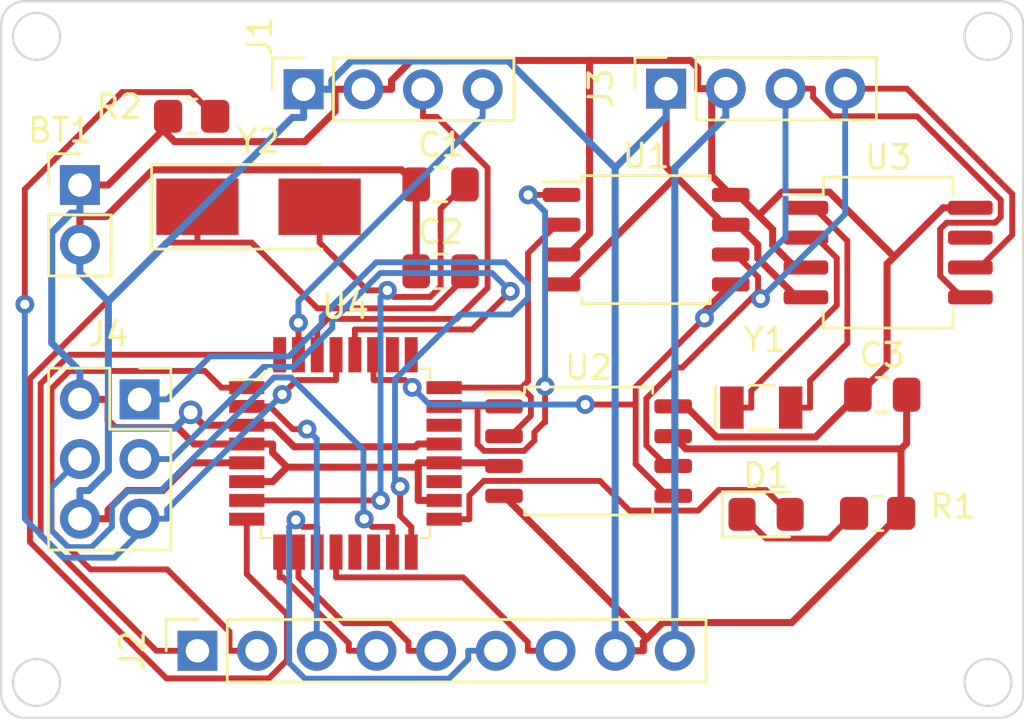
<source format=kicad_pcb>
(kicad_pcb (version 20211014) (generator pcbnew)
  (title_block (title "Arduino Battery Powered Clone with Extended EEPROM and Clock") (date "2022-06-04") (rev "v1") (comment 1 "Designed by Yogesh"))
  (layers (0 "F.Cu" signal) (1 "In1.Cu" power) (2 "In2.Cu" power) (31 "B.Cu" signal) (34 "B.Paste" user) (35 "F.Paste" user) (36 "B.SilkS" user "B.Silkscreen") (37 "F.SilkS" user "F.Silkscreen") (38 "B.Mask" user) (39 "F.Mask" user) (44 "Edge.Cuts" user))
  (net 0 "")
  (net 1 "/Vcc")
  (net 2 "GNDPWR")
  (net 3 "Net-(U4-Pad7)")
  (net 4 "Net-(U4-Pad8)")
  (net 5 "Net-(R1-Pad1)")
  (net 6 "Net-(U4-Pad17)")
  (net 7 "/RX")
  (net 8 "/TX")
  (net 9 "/D2")
  (net 10 "/D3")
  (net 11 "/D4")
  (net 12 "/D5")
  (net 13 "/D6")
  (net 14 "/D7")
  (net 15 "/D8")
  (net 16 "/SDA")
  (net 17 "/SCK")
  (net 18 "/MISO")
  (net 19 "/MOSI")
  (net 20 "/RESET")
  (net 21 "/ADRS1")
  (net 22 "/ADRS2")
  (net 23 "Net-(U3-Pad1)")
  (net 24 "Net-(U3-Pad2)")
  (footprint "Connector_PinSocket_2.54mm:PinSocket_1x04_P2.54mm_Vertical" (layer "F.Cu") (at 83.37 103.75 90)
    (fp_text reference "J1" (at 2.25 -1.87 90) (layer "F.SilkS"))
    (fp_text value "Serial")
    (pad "1" thru_hole rect (at 0 0 90) (size 1.7 1.7) (drill 1) (layers *.Cu *.Mask) (net 2 "GNDPWR"))
    (pad "2" thru_hole oval (at 0 2.54 90) (size 1.7 1.7) (drill 1) (layers *.Cu *.Mask) (net 1 "/Vcc"))
    (pad "3" thru_hole oval (at 0 5.08 90) (size 1.7 1.7) (drill 1) (layers *.Cu *.Mask) (net 7 "/RX"))
    (pad "4" thru_hole oval (at 0 7.62 90) (size 1.7 1.7) (drill 1) (layers *.Cu *.Mask) (net 8 "/TX"))
  )
  (footprint "Capacitor_SMD:C_0805_2012Metric_Pad1.18x1.45mm_HandSolder" (layer "F.Cu") (at 89.2 107.8)
    (fp_text reference "C1" (at 0 -1.68) (layer "F.SilkS"))
    (fp_text value "22pF")
    (pad "1" smd roundrect (at -1.0375 0) (size 1.175 1.45) (layers "F.Cu" "F.Paste" "F.Mask") (roundrect_rratio 0.212766) (net 2 "GNDPWR"))
    (pad "2" smd roundrect (at 1.0375 0) (size 1.175 1.45) (layers "F.Cu" "F.Paste" "F.Mask") (roundrect_rratio 0.212766) (net 3 "Net-(U4-Pad7)"))
  )
  (footprint "Package_SO:SOIC-8_5.23x5.23mm_P1.27mm" (layer "F.Cu") (at 95.5 119.15)
    (fp_text reference "U2" (at 0 -3.56) (layer "F.SilkS"))
    (fp_text value "24LC1025")
    (pad "1" smd roundrect (at -3.6 -1.905) (size 1.6 0.6) (layers "F.Cu" "F.Paste" "F.Mask") (net 21 "/ADRS1"))
    (pad "2" smd roundrect (at -3.6 -0.635) (size 1.6 0.6) (layers "F.Cu" "F.Paste" "F.Mask") (net 22 "/ADRS2"))
    (pad "3" smd roundrect (at -3.6 0.635) (size 1.6 0.6) (layers "F.Cu" "F.Paste" "F.Mask") (net 1 "/Vcc"))
    (pad "4" smd roundrect (at -3.6 1.905) (size 1.6 0.6) (layers "F.Cu" "F.Paste" "F.Mask") (net 2 "GNDPWR"))
    (pad "5" smd roundrect (at 3.6 1.905) (size 1.6 0.6) (layers "F.Cu" "F.Paste" "F.Mask") (net 16 "/SDA"))
    (pad "6" smd roundrect (at 3.6 0.635) (size 1.6 0.6) (layers "F.Cu" "F.Paste" "F.Mask") (net 17 "/SCK"))
    (pad "7" smd roundrect (at 3.6 -0.635) (size 1.6 0.6) (layers "F.Cu" "F.Paste" "F.Mask") (net 2 "GNDPWR"))
    (pad "8" smd roundrect (at 3.6 -1.905) (size 1.6 0.6) (layers "F.Cu" "F.Paste" "F.Mask") (net 1 "/Vcc"))
  )
  (footprint "Crystal:Crystal_SMD_5032-2Pin_5.0x3.2mm_HandSoldering" (layer "F.Cu") (at 81.45 108.75)
    (fp_text reference "Y2" (at 0 -2.8) (layer "F.SilkS"))
    (fp_text value "Crystal 16MHz")
    (pad "1" smd rect (at -2.6 0) (size 3.5 2.4) (layers "F.Cu" "F.Paste" "F.Mask") (net 4 "Net-(U4-Pad8)"))
    (pad "2" smd rect (at 2.6 0) (size 3.5 2.4) (layers "F.Cu" "F.Paste" "F.Mask") (net 3 "Net-(U4-Pad7)"))
  )
  (footprint "Package_SO:SO-8_5.3x6.2mm_P1.27mm" (layer "F.Cu") (at 108.25 110.7)
    (fp_text reference "U3" (at 0 -4.05) (layer "F.SilkS"))
    (fp_text value "DS1337")
    (pad "1" smd roundrect (at -3.5 -1.905) (size 1.9 0.6) (layers "F.Cu" "F.Paste" "F.Mask") (net 23 "Net-(U3-Pad1)"))
    (pad "2" smd roundrect (at -3.5 -0.635) (size 1.9 0.6) (layers "F.Cu" "F.Paste" "F.Mask") (net 24 "Net-(U3-Pad2)"))
    (pad "3" smd roundrect (at -3.5 0.635) (size 1.9 0.6) (layers "F.Cu" "F.Paste" "F.Mask") (net 1 "/Vcc"))
    (pad "4" smd roundrect (at -3.5 1.905) (size 1.9 0.6) (layers "F.Cu" "F.Paste" "F.Mask") (net 2 "GNDPWR"))
    (pad "5" smd roundrect (at 3.5 1.905) (size 1.9 0.6) (layers "F.Cu" "F.Paste" "F.Mask") (net 16 "/SDA"))
    (pad "6" smd roundrect (at 3.5 0.635) (size 1.9 0.6) (layers "F.Cu" "F.Paste" "F.Mask") (net 17 "/SCK"))
    (pad "7" smd roundrect (at 3.5 -0.635) (size 1.9 0.6) (layers "F.Cu" "F.Paste" "F.Mask"))
    (pad "8" smd roundrect (at 3.5 -1.905) (size 1.9 0.6) (layers "F.Cu" "F.Paste" "F.Mask") (net 1 "/Vcc"))
  )
  (footprint "Connector_PinSocket_2.54mm:PinSocket_2x03_P2.54mm_Vertical" (layer "F.Cu") (at 76.3869 116.95)
    (fp_text reference "J4" (at -1.35 -2.77) (layer "F.SilkS"))
    (fp_text value "ICSP")
    (pad "1" thru_hole rect (at 0 0) (size 1.7 1.7) (drill 1) (layers *.Cu *.Mask) (net 18 "/MISO"))
    (pad "2" thru_hole oval (at -2.54 0) (size 1.7 1.7) (drill 1) (layers *.Cu *.Mask) (net 1 "/Vcc"))
    (pad "3" thru_hole oval (at 0 2.54) (size 1.7 1.7) (drill 1) (layers *.Cu *.Mask) (net 17 "/SCK"))
    (pad "4" thru_hole oval (at -2.54 2.54) (size 1.7 1.7) (drill 1) (layers *.Cu *.Mask) (net 19 "/MOSI"))
    (pad "5" thru_hole oval (at 0 5.08) (size 1.7 1.7) (drill 1) (layers *.Cu *.Mask) (net 20 "/RESET"))
    (pad "6" thru_hole oval (at -2.54 5.08) (size 1.7 1.7) (drill 1) (layers *.Cu *.Mask) (net 2 "GNDPWR"))
  )
  (footprint "Capacitor_SMD:C_0805_2012Metric_Pad1.18x1.45mm_HandSolder" (layer "F.Cu") (at 89.2 111.5)
    (fp_text reference "C2" (at 0 -1.68) (layer "F.SilkS"))
    (fp_text value "22pF")
    (pad "1" smd roundrect (at -1.0375 0) (size 1.175 1.45) (layers "F.Cu" "F.Paste" "F.Mask") (roundrect_rratio 0.212766) (net 2 "GNDPWR"))
    (pad "2" smd roundrect (at 1.0375 0) (size 1.175 1.45) (layers "F.Cu" "F.Paste" "F.Mask") (roundrect_rratio 0.212766) (net 4 "Net-(U4-Pad8)"))
  )
  (footprint "Package_SO:SOIC-8_5.23x5.23mm_P1.27mm" (layer "F.Cu") (at 97.95 110.15)
    (fp_text reference "U1" (at 0 -3.56) (layer "F.SilkS"))
    (fp_text value "24LC1025")
    (pad "1" smd roundrect (at -3.6 -1.905) (size 1.6 0.6) (layers "F.Cu" "F.Paste" "F.Mask") (net 21 "/ADRS1"))
    (pad "2" smd roundrect (at -3.6 -0.635) (size 1.6 0.6) (layers "F.Cu" "F.Paste" "F.Mask") (net 22 "/ADRS2"))
    (pad "3" smd roundrect (at -3.6 0.635) (size 1.6 0.6) (layers "F.Cu" "F.Paste" "F.Mask") (net 1 "/Vcc"))
    (pad "4" smd roundrect (at -3.6 1.905) (size 1.6 0.6) (layers "F.Cu" "F.Paste" "F.Mask") (net 2 "GNDPWR"))
    (pad "5" smd roundrect (at 3.6 1.905) (size 1.6 0.6) (layers "F.Cu" "F.Paste" "F.Mask") (net 16 "/SDA"))
    (pad "6" smd roundrect (at 3.6 0.635) (size 1.6 0.6) (layers "F.Cu" "F.Paste" "F.Mask") (net 17 "/SCK"))
    (pad "7" smd roundrect (at 3.6 -0.635) (size 1.6 0.6) (layers "F.Cu" "F.Paste" "F.Mask") (net 2 "GNDPWR"))
    (pad "8" smd roundrect (at 3.6 -1.905) (size 1.6 0.6) (layers "F.Cu" "F.Paste" "F.Mask") (net 1 "/Vcc"))
  )
  (footprint "LED_SMD:LED_0805_2012Metric_Pad1.15x1.40mm_HandSolder" (layer "F.Cu") (at 103.055 121.845)
    (fp_text reference "D1" (at 0 -1.65) (layer "F.SilkS"))
    (fp_text value "LED")
    (pad "1" smd roundrect (at -1.025 0) (size 1.15 1.4) (layers "F.Cu" "F.Paste" "F.Mask") (roundrect_rratio 0.217391) (net 5 "Net-(R1-Pad1)"))
    (pad "2" smd roundrect (at 1.025 0) (size 1.15 1.4) (layers "F.Cu" "F.Paste" "F.Mask") (roundrect_rratio 0.217391) (net 6 "Net-(U4-Pad17)"))
  )
  (footprint "Connector_PinHeader_2.54mm:PinHeader_1x02_P2.54mm_Vertical" (layer "F.Cu") (at 73.8469 107.825)
    (fp_text reference "BT1" (at -0.8469 -2.325) (layer "F.SilkS"))
    (fp_text value "Battery 3V")
    (pad "1" thru_hole rect (at 0 0) (size 1.7 1.7) (drill 1) (layers *.Cu *.Mask) (net 1 "/Vcc"))
    (pad "2" thru_hole oval (at 0 2.54) (size 1.7 1.7) (drill 1) (layers *.Cu *.Mask) (net 2 "GNDPWR"))
  )
  (footprint "Capacitor_SMD:C_0805_2012Metric_Pad1.18x1.45mm_HandSolder" (layer "F.Cu") (at 108 116.75)
    (fp_text reference "C3" (at 0 -1.68) (layer "F.SilkS"))
    (fp_text value "10uF")
    (pad "1" smd roundrect (at -1.0375 0) (size 1.175 1.45) (layers "F.Cu" "F.Paste" "F.Mask") (roundrect_rratio 0.212766) (net 1 "/Vcc"))
    (pad "2" smd roundrect (at 1.0375 0) (size 1.175 1.45) (layers "F.Cu" "F.Paste" "F.Mask") (roundrect_rratio 0.212766) (net 2 "GNDPWR"))
  )
  (footprint "Connector_PinSocket_2.54mm:PinSocket_1x09_P2.54mm_Vertical" (layer "F.Cu") (at 78.85 127.65 90)
    (fp_text reference "J2" (at 0 -2.77 90) (layer "F.SilkS"))
    (fp_text value "Digital Pins")
    (pad "1" thru_hole rect (at 0 0 90) (size 1.7 1.7) (drill 1) (layers *.Cu *.Mask) (net 9 "/D2"))
    (pad "2" thru_hole oval (at 0 2.54 90) (size 1.7 1.7) (drill 1) (layers *.Cu *.Mask) (net 10 "/D3"))
    (pad "3" thru_hole oval (at 0 5.08 90) (size 1.7 1.7) (drill 1) (layers *.Cu *.Mask) (net 11 "/D4"))
    (pad "4" thru_hole oval (at 0 7.62 90) (size 1.7 1.7) (drill 1) (layers *.Cu *.Mask) (net 12 "/D5"))
    (pad "5" thru_hole oval (at 0 10.16 90) (size 1.7 1.7) (drill 1) (layers *.Cu *.Mask) (net 13 "/D6"))
    (pad "6" thru_hole oval (at 0 12.7 90) (size 1.7 1.7) (drill 1) (layers *.Cu *.Mask) (net 14 "/D7"))
    (pad "7" thru_hole oval (at 0 15.24 90) (size 1.7 1.7) (drill 1) (layers *.Cu *.Mask) (net 15 "/D8"))
    (pad "8" thru_hole oval (at 0 17.78 90) (size 1.7 1.7) (drill 1) (layers *.Cu *.Mask) (net 2 "GNDPWR"))
    (pad "9" thru_hole oval (at 0 20.32 90) (size 1.7 1.7) (drill 1) (layers *.Cu *.Mask) (net 1 "/Vcc"))
  )
  (footprint "Crystal:Crystal_SMD_MicroCrystal_CC7V-T1A-2Pin_3.2x1.5mm" (layer "F.Cu") (at 102.85 117.3)
    (fp_text reference "Y1" (at 0.15 -2.9) (layer "F.SilkS"))
    (fp_text value "Crystal 32MHz")
    (pad "1" smd rect (at -1.25 0) (size 1 1.8) (layers "F.Cu" "F.Paste" "F.Mask") (net 24 "Net-(U3-Pad2)"))
    (pad "2" smd rect (at 1.25 0) (size 1 1.8) (layers "F.Cu" "F.Paste" "F.Mask") (net 23 "Net-(U3-Pad1)"))
  )
  (footprint "Resistor_SMD:R_0805_2012Metric_Pad1.20x1.40mm_HandSolder" (layer "F.Cu") (at 78.6 104.9 180)
    (fp_text reference "R2" (at 3.1 0.4) (layer "F.SilkS"))
    (fp_text value "10KOhm")
    (pad "1" smd roundrect (at -1 0 180) (size 1.2 1.4) (layers "F.Cu" "F.Paste" "F.Mask") (roundrect_rratio 0.208333) (net 20 "/RESET"))
    (pad "2" smd roundrect (at 1 0 180) (size 1.2 1.4) (layers "F.Cu" "F.Paste" "F.Mask") (roundrect_rratio 0.208333) (net 1 "/Vcc"))
  )
  (footprint "Connector_PinSocket_2.54mm:PinSocket_1x04_P2.54mm_Vertical" (layer "F.Cu") (at 98.8 103.725 90)
    (fp_text reference "J3" (at 0 -2.77 90) (layer "F.SilkS"))
    (fp_text value "I2C")
    (pad "1" thru_hole rect (at 0 0 90) (size 1.7 1.7) (drill 1) (layers *.Cu *.Mask) (net 2 "GNDPWR"))
    (pad "2" thru_hole oval (at 0 2.54 90) (size 1.7 1.7) (drill 1) (layers *.Cu *.Mask) (net 1 "/Vcc"))
    (pad "3" thru_hole oval (at 0 5.08 90) (size 1.7 1.7) (drill 1) (layers *.Cu *.Mask) (net 16 "/SDA"))
    (pad "4" thru_hole oval (at 0 7.62 90) (size 1.7 1.7) (drill 1) (layers *.Cu *.Mask) (net 17 "/SCK"))
  )
  (footprint "digikey-footprints:TQFP-32_7x7mm" (layer "F.Cu") (at 85.15 119.25)
    (fp_text reference "U4" (at 0 -6.25) (layer "F.SilkS"))
    (fp_text value "ATMEGA328P-AU")
    (pad "1" smd rect locked (at -4.2 -2.8) (size 1.5 0.55) (layers "F.Cu" "F.Paste" "F.Mask") (net 10 "/D3"))
    (pad "2" smd rect locked (at -4.2 -2) (size 1.5 0.55) (layers "F.Cu" "F.Paste" "F.Mask") (net 11 "/D4"))
    (pad "3" smd rect locked (at -4.2 -1.2) (size 1.5 0.55) (layers "F.Cu" "F.Paste" "F.Mask") (net 2 "GNDPWR"))
    (pad "4" smd rect locked (at -4.2 -0.4) (size 1.5 0.55) (layers "F.Cu" "F.Paste" "F.Mask") (net 1 "/Vcc"))
    (pad "5" smd rect locked (at -4.2 0.4) (size 1.5 0.55) (layers "F.Cu" "F.Paste" "F.Mask") (net 2 "GNDPWR"))
    (pad "6" smd rect locked (at -4.2 1.2) (size 1.5 0.55) (layers "F.Cu" "F.Paste" "F.Mask") (net 1 "/Vcc"))
    (pad "7" smd rect locked (at -4.2 2) (size 1.5 0.55) (layers "F.Cu" "F.Paste" "F.Mask") (net 3 "Net-(U4-Pad7)"))
    (pad "8" smd rect locked (at -4.2 2.8) (size 1.5 0.55) (layers "F.Cu" "F.Paste" "F.Mask") (net 4 "Net-(U4-Pad8)"))
    (pad "9" smd rect locked (at -2.8 4.2) (size 0.55 1.5) (layers "F.Cu" "F.Paste" "F.Mask") (net 12 "/D5"))
    (pad "10" smd rect locked (at -2 4.2) (size 0.55 1.5) (layers "F.Cu" "F.Paste" "F.Mask") (net 13 "/D6"))
    (pad "11" smd rect locked (at -1.2 4.2) (size 0.55 1.5) (layers "F.Cu" "F.Paste" "F.Mask") (net 14 "/D7"))
    (pad "12" smd rect locked (at -0.4 4.2) (size 0.55 1.5) (layers "F.Cu" "F.Paste" "F.Mask") (net 15 "/D8"))
    (pad "13" smd rect locked (at 0.4 4.2) (size 0.55 1.5) (layers "F.Cu" "F.Paste" "F.Mask"))
    (pad "14" smd rect locked (at 1.2 4.2) (size 0.55 1.5) (layers "F.Cu" "F.Paste" "F.Mask"))
    (pad "15" smd rect locked (at 2 4.2) (size 0.55 1.5) (layers "F.Cu" "F.Paste" "F.Mask") (net 19 "/MOSI"))
    (pad "16" smd rect locked (at 2.8 4.2) (size 0.55 1.5) (layers "F.Cu" "F.Paste" "F.Mask") (net 18 "/MISO"))
    (pad "17" smd rect locked (at 4.2 2.8) (size 1.5 0.55) (layers "F.Cu" "F.Paste" "F.Mask") (net 6 "Net-(U4-Pad17)"))
    (pad "18" smd rect locked (at 4.2 2) (size 1.5 0.55) (layers "F.Cu" "F.Paste" "F.Mask") (net 1 "/Vcc"))
    (pad "19" smd rect locked (at 4.2 1.2) (size 1.5 0.55) (layers "F.Cu" "F.Paste" "F.Mask"))
    (pad "20" smd rect locked (at 4.2 0.4) (size 1.5 0.55) (layers "F.Cu" "F.Paste" "F.Mask") (net 1 "/Vcc"))
    (pad "21" smd rect locked (at 4.2 -0.4) (size 1.5 0.55) (layers "F.Cu" "F.Paste" "F.Mask") (net 2 "GNDPWR"))
    (pad "22" smd rect locked (at 4.2 -1.2) (size 1.5 0.55) (layers "F.Cu" "F.Paste" "F.Mask"))
    (pad "23" smd rect locked (at 4.2 -2) (size 1.5 0.55) (layers "F.Cu" "F.Paste" "F.Mask") (net 21 "/ADRS1"))
    (pad "24" smd rect locked (at 4.2 -2.8) (size 1.5 0.55) (layers "F.Cu" "F.Paste" "F.Mask") (net 22 "/ADRS2"))
    (pad "25" smd rect locked (at 2.8 -4.2) (size 0.55 1.5) (layers "F.Cu" "F.Paste" "F.Mask"))
    (pad "26" smd rect locked (at 2 -4.2) (size 0.55 1.5) (layers "F.Cu" "F.Paste" "F.Mask"))
    (pad "27" smd rect locked (at 1.2 -4.2) (size 0.55 1.5) (layers "F.Cu" "F.Paste" "F.Mask") (net 16 "/SDA"))
    (pad "28" smd rect locked (at 0.4 -4.2) (size 0.55 1.5) (layers "F.Cu" "F.Paste" "F.Mask") (net 17 "/SCK"))
    (pad "29" smd rect locked (at -0.4 -4.2) (size 0.55 1.5) (layers "F.Cu" "F.Paste" "F.Mask") (net 20 "/RESET"))
    (pad "30" smd rect locked (at -1.2 -4.2) (size 0.55 1.5) (layers "F.Cu" "F.Paste" "F.Mask") (net 7 "/RX"))
    (pad "31" smd rect locked (at -2 -4.2) (size 0.55 1.5) (layers "F.Cu" "F.Paste" "F.Mask") (net 8 "/TX"))
    (pad "32" smd rect locked (at -2.8 -4.2) (size 0.55 1.5) (layers "F.Cu" "F.Paste" "F.Mask") (net 9 "/D2"))
  )
  (footprint "Resistor_SMD:R_0805_2012Metric_Pad1.20x1.40mm_HandSolder" (layer "F.Cu") (at 107.8 121.8)
    (fp_text reference "R1" (at 3.2 -0.3) (layer "F.SilkS"))
    (fp_text value "330Ohm")
    (pad "1" smd roundrect (at -1 0) (size 1.2 1.4) (layers "F.Cu" "F.Paste" "F.Mask") (roundrect_rratio 0.208333) (net 5 "Net-(R1-Pad1)"))
    (pad "2" smd roundrect (at 1 0) (size 1.2 1.4) (layers "F.Cu" "F.Paste" "F.Mask") (roundrect_rratio 0.208333) (net 2 "GNDPWR"))
  )
  (gr_line (start 114 101) (end 114 129.5) (layer "Edge.Cuts") (width 0.1))
  (gr_circle (center 72 101.5) (end 73 101.5) (layer "Edge.Cuts") (width 0.1) (fill none))
  (gr_line (start 70.5 101) (end 70.5 129.5) (layer "Edge.Cuts") (width 0.1))
  (gr_line (start 71.5 100) (end 113 100) (layer "Edge.Cuts") (width 0.1))
  (gr_circle (center 112.5 129) (end 113.5 129) (layer "Edge.Cuts") (width 0.1) (fill none))
  (gr_circle (center 112.5 101.5) (end 113.5 101.5) (layer "Edge.Cuts") (width 0.1) (fill none))
  (gr_arc (start 70.5 101) (mid 70.792893 100.292893) (end 71.5 100) (layer "Edge.Cuts") (width 0.1))
  (gr_arc (start 71.5 130.5) (mid 70.792893 130.207107) (end 70.5 129.5) (layer "Edge.Cuts") (width 0.1))
  (gr_circle (center 72 129) (end 73 129) (layer "Edge.Cuts") (width 0.1) (fill none))
  (gr_line (start 71.5 130.5) (end 113 130.5) (layer "Edge.Cuts") (width 0.1))
  (gr_arc (start 114 129.5) (mid 113.707107 130.207107) (end 113 130.5) (layer "Edge.Cuts") (width 0.1))
  (gr_arc (start 113 100) (mid 113.707107 100.292893) (end 114 101) (layer "Edge.Cuts") (width 0.1))
  (segment (start 84.7097 104.6867) (end 84.7097 103.75) (width 0.3) (layer "F.Cu") (net 1))
  (segment (start 99.8372 102.5223) (end 95.5383 102.5223) (width 0.3) (layer "F.Cu") (net 1))
  (segment (start 95.5383 102.5223) (end 95.5383 109.8921) (width 0.3) (layer "F.Cu") (net 1))
  (segment (start 108.5028 110.8784) (end 105.7522 108.1279) (width 0.3) (layer "F.Cu") (net 1))
  (segment (start 75.3472 118.1503) (end 78.0056 118.1503) (width 0.3) (layer "F.Cu") (net 1))
  (segment (start 106.9625 116.75) (end 105.1621 118.5504) (width 0.3) (layer "F.Cu") (net 1))
  (segment (start 87.1103 103.3769) (end 87.1103 103.75) (width 0.3) (layer "F.Cu") (net 1))
  (segment (start 88.2497 119.8356) (end 88.2497 121.25) (width 0.3) (layer "F.Cu") (net 1))
  (segment (start 89.35 121.25) (end 88.2497 121.25) (width 0.3) (layer "F.Cu") (net 1))
  (segment (start 91.765 119.65) (end 89.35 119.65) (width 0.3) (layer "F.Cu") (net 1))
  (segment (start 100.7399 103.725) (end 100.7399 107.4349) (width 0.3) (layer "F.Cu") (net 1))
  (segment (start 88.2497 119.8356) (end 82.6647 119.8356) (width 0.3) (layer "F.Cu") (net 1))
  (segment (start 77.3856 105.1144) (end 77.3856 105.4866) (width 0.3) (layer "F.Cu") (net 1))
  (segment (start 108.2051 115.5074) (end 106.9625 116.75) (width 0.3) (layer "F.Cu") (net 1))
  (segment (start 80.95 120.45) (end 82.0503 120.45) (width 0.3) (layer "F.Cu") (net 1))
  (segment (start 105.7522 108.1279) (end 103.7304 108.1279) (width 0.3) (layer "F.Cu") (net 1))
  (segment (start 102.7387 109.1196) (end 103.3331 109.714) (width 0.3) (layer "F.Cu") (net 1))
  (segment (start 104.2919 111.335) (end 104.75 111.335) (width 0.3) (layer "F.Cu") (net 1))
  (segment (start 78.0056 118.1503) (end 78.7053 118.85) (width 0.3) (layer "F.Cu") (net 1))
  (segment (start 101.34 103.725) (end 100.7399 103.725) (width 0.3) (layer "F.Cu") (net 1))
  (segment (start 103.3331 110.3762) (end 104.2919 111.335) (width 0.3) (layer "F.Cu") (net 1))
  (segment (start 105.1621 118.5504) (end 100.9405 118.5504) (width 0.3) (layer "F.Cu") (net 1))
  (segment (start 77.6 104.9) (end 77.3856 105.1144) (width 0.3) (layer "F.Cu") (net 1))
  (segment (start 91.9 119.785) (end 91.765 119.65) (width 0.3) (layer "F.Cu") (net 1))
  (segment (start 94.6454 110.785) (end 94.35 110.785) (width 0.3) (layer "F.Cu") (net 1))
  (segment (start 89.35 119.65) (end 88.2497 119.65) (width 0.3) (layer "F.Cu") (net 1))
  (segment (start 83.4182 105.9782) (end 84.7097 104.6867) (width 0.3) (layer "F.Cu") (net 1))
  (segment (start 95.5383 109.8921) (end 94.6454 110.785) (width 0.3) (layer "F.Cu") (net 1))
  (segment (start 88.2497 119.65) (end 88.2497 119.8356) (width 0.3) (layer "F.Cu") (net 1))
  (segment (start 100.9405 118.5504) (end 99.6351 117.245) (width 0.3) (layer "F.Cu") (net 1))
  (segment (start 75.0472 116.95) (end 75.0472 117.8503) (width 0.3) (layer "F.Cu") (net 1))
  (segment (start 77.3856 105.4866) (end 75.0472 107.825) (width 0.3) (layer "F.Cu") (net 1))
  (segment (start 111.75 108.795) (end 110.5862 108.795) (width 0.3) (layer "F.Cu") (net 1))
  (segment (start 100.1397 103.725) (end 100.1397 102.8248) (width 0.3) (layer "F.Cu") (net 1))
  (segment (start 87.9649 102.5223) (end 87.1103 103.3769) (width 0.3) (layer "F.Cu") (net 1))
  (segment (start 108.5028 110.8784) (end 108.2051 111.1761) (width 0.3) (layer "F.Cu") (net 1))
  (segment (start 100.7399 107.4349) (end 101.55 108.245) (width 0.3) (layer "F.Cu") (net 1))
  (segment (start 73.8469 116.95) (end 75.0472 116.95) (width 0.3) (layer "F.Cu") (net 1))
  (segment (start 108.2051 111.1761) (end 108.2051 115.5074) (width 0.3) (layer "F.Cu") (net 1))
  (segment (start 77.3856 105.4866) (end 77.8772 105.9782) (width 0.3) (layer "F.Cu") (net 1))
  (segment (start 101.8641 108.245) (end 102.7387 109.1196) (width 0.3) (layer "F.Cu") (net 1))
  (segment (start 82.6647 119.8356) (end 82.0503 120.45) (width 0.3) (layer "F.Cu") (net 1))
  (segment (start 80.95 118.85) (end 79.8497 118.85) (width 0.3) (layer "F.Cu") (net 1))
  (segment (start 85.91 103.75) (end 87.1103 103.75) (width 0.3) (layer "F.Cu") (net 1))
  (segment (start 100.1397 102.8248) (end 99.8372 102.5223) (width 0.3) (layer "F.Cu") (net 1))
  (segment (start 80.95 118.85) (end 82.0503 118.85) (width 0.3) (layer "F.Cu") (net 1))
  (segment (start 85.91 103.75) (end 84.7097 103.75) (width 0.3) (layer "F.Cu") (net 1))
  (segment (start 73.8469 107.825) (end 75.0472 107.825) (width 0.3) (layer "F.Cu") (net 1))
  (segment (start 110.5862 108.795) (end 108.5028 110.8784) (width 0.3) (layer "F.Cu") (net 1))
  (segment (start 77.8772 105.9782) (end 83.4182 105.9782) (width 0.3) (layer "F.Cu") (net 1))
  (segment (start 95.5383 102.5223) (end 87.9649 102.5223) (width 0.3) (layer "F.Cu") (net 1))
  (segment (start 103.3331 109.714) (end 103.3331 110.3762) (width 0.3) (layer "F.Cu") (net 1))
  (segment (start 101.55 108.245) (end 101.8641 108.245) (width 0.3) (layer "F.Cu") (net 1))
  (segment (start 82.6647 119.8356) (end 82.0503 119.2212) (width 0.3) (layer "F.Cu") (net 1))
  (segment (start 100.7399 103.725) (end 100.1397 103.725) (width 0.3) (layer "F.Cu") (net 1))
  (segment (start 103.7304 108.1279) (end 102.7387 109.1196) (width 0.3) (layer "F.Cu") (net 1))
  (segment (start 78.7053 118.85) (end 79.8497 118.85) (width 0.3) (layer "F.Cu") (net 1))
  (segment (start 82.0503 119.2212) (end 82.0503 118.85) (width 0.3) (layer "F.Cu") (net 1))
  (segment (start 99.6351 117.245) (end 99.1 117.245) (width 0.3) (layer "F.Cu") (net 1))
  (segment (start 75.0472 117.8503) (end 75.3472 118.1503) (width 0.3) (layer "F.Cu") (net 1))
  (segment (start 73.8469 116.95) (end 73.8469 115.7497) (width 0.3) (layer "B.Cu") (net 1))
  (segment (start 99.17 127.65) (end 99.17 107.0953) (width 0.3) (layer "B.Cu") (net 1))
  (segment (start 73.8469 107.825) (end 73.8469 109.0253) (width 0.3) (layer "B.Cu") (net 1))
  (segment (start 73.4717 109.0253) (end 73.8469 109.0253) (width 0.3) (layer "B.Cu") (net 1))
  (segment (start 73.8469 115.7497) (end 72.6466 114.5494) (width 0.3) (layer "B.Cu") (net 1))
  (segment (start 72.6466 109.8504) (end 73.4717 109.0253) (width 0.3) (layer "B.Cu") (net 1))
  (segment (start 99.17 107.0953) (end 101.34 104.9253) (width 0.3) (layer "B.Cu") (net 1))
  (segment (start 101.34 103.725) (end 101.34 104.9253) (width 0.3) (layer "B.Cu") (net 1))
  (segment (start 72.6466 114.5494) (end 72.6466 109.8504) (width 0.3) (layer "B.Cu") (net 1))
  (segment (start 73.8469 109.1647) (end 74.969 109.1647) (width 0.3) (layer "F.Cu") (net 2))
  (segment (start 80.95 119.65) (end 78.5527 119.65) (width 0.3) (layer "F.Cu") (net 2))
  (segment (start 108.8 121.8) (end 108.8 119.0566) (width 0.3) (layer "F.Cu") (net 2))
  (segment (start 88.1328 118.9669) (end 88.2497 118.85) (width 0.3) (layer "F.Cu") (net 2))
  (segment (start 109.0375 118.8191) (end 108.8 119.0566) (width 0.3) (layer "F.Cu") (net 2))
  (segment (start 75.8723 120.8297) (end 75.0472 121.6548) (width 0.3) (layer "F.Cu") (net 2))
  (segment (start 77.373 120.8297) (end 75.8723 120.8297) (width 0.3) (layer "F.Cu") (net 2))
  (segment (start 104.1503 126.4497) (end 108.8 121.8) (width 0.3) (layer "F.Cu") (net 2))
  (segment (start 74.969 109.1647) (end 76.9565 107.1772) (width 0.3) (layer "F.Cu") (net 2))
  (segment (start 82.9672 118.9669) (end 88.1328 118.9669) (width 0.3) (layer "F.Cu") (net 2))
  (segment (start 99.6416 119.0566) (end 99.1 118.515) (width 0.3) (layer "F.Cu") (net 2))
  (segment (start 79.1079 118.05) (end 78.5598 117.5019) (width 0.3) (layer "F.Cu") (net 2))
  (segment (start 97.8303 127.2748) (end 97.9751 127.13) (width 0.3) (layer "F.Cu") (net 2))
  (segment (start 96.63 127.65) (end 97.8303 127.65) (width 0.3) (layer "F.Cu") (net 2))
  (segment (start 75.0472 121.6548) (end 75.0472 122.03) (width 0.3) (layer "F.Cu") (net 2))
  (segment (start 76.9565 107.1772) (end 87.5397 107.1772) (width 0.3) (layer "F.Cu") (net 2))
  (segment (start 109.0375 116.75) (end 109.0375 118.8191) (width 0.3) (layer "F.Cu") (net 2))
  (segment (start 97.9751 127.13) (end 98.6554 126.4497) (width 0.3) (layer "F.Cu") (net 2))
  (segment (start 101.2704 109.515) (end 101.55 109.515) (width 0.3) (layer "F.Cu") (net 2))
  (segment (start 80.95 118.05) (end 79.8497 118.05) (width 0.3) (layer "F.Cu") (net 2))
  (segment (start 99.2171 107.4617) (end 101.2704 109.515) (width 0.3) (layer "F.Cu") (net 2))
  (segment (start 102.701 110.3666) (end 102.701 110.9446) (width 0.3) (layer "F.Cu") (net 2))
  (segment (start 73.8469 122.03) (end 75.0472 122.03) (width 0.3) (layer "F.Cu") (net 2))
  (segment (start 98.8 103.725) (end 98.8 107.0446) (width 0.3) (layer "F.Cu") (net 2))
  (segment (start 94.35 112.055) (end 94.6238 112.055) (width 0.3) (layer "F.Cu") (net 2))
  (segment (start 82.0503 118.05) (end 82.9672 118.9669) (width 0.3) (layer "F.Cu") (net 2))
  (segment (start 94.6238 112.055) (end 99.2171 107.4617) (width 0.3) (layer "F.Cu") (net 2))
  (segment (start 97.8303 127.65) (end 97.8303 127.2748) (width 0.3) (layer "F.Cu") (net 2))
  (segment (start 91.9 121.055) (end 97.9751 127.13) (width 0.3) (layer "F.Cu") (net 2))
  (segment (start 104.3614 112.605) (end 104.75 112.605) (width 0.3) (layer "F.Cu") (net 2))
  (segment (start 98.8 107.0446) (end 99.2171 107.4617) (width 0.3) (layer "F.Cu") (net 2))
  (segment (start 108.8 119.0566) (end 99.6416 119.0566) (width 0.3) (layer "F.Cu") (net 2))
  (segment (start 79.8497 118.05) (end 79.1079 118.05) (width 0.3) (layer "F.Cu") (net 2))
  (segment (start 102.701 110.9446) (end 104.3614 112.605) (width 0.3) (layer "F.Cu") (net 2))
  (segment (start 78.5527 119.65) (end 77.373 120.8297) (width 0.3) (layer "F.Cu") (net 2))
  (segment (start 101.55 109.515) (end 101.8494 109.515) (width 0.3) (layer "F.Cu") (net 2))
  (segment (start 101.8494 109.515) (end 102.701 110.3666) (width 0.3) (layer "F.Cu") (net 2))
  (segment (start 87.5397 107.1772) (end 88.1625 107.8) (width 0.3) (layer "F.Cu") (net 2))
  (segment (start 80.95 118.05) (end 82.0503 118.05) (width 0.3) (layer "F.Cu") (net 2))
  (segment (start 88.1625 111.5) (end 88.1625 107.8) (width 0.3) (layer "F.Cu") (net 2))
  (segment (start 73.8469 110.365) (end 73.8469 109.1647) (width 0.3) (layer "F.Cu") (net 2))
  (segment (start 98.6554 126.4497) (end 104.1503 126.4497) (width 0.3) (layer "F.Cu") (net 2))
  (segment (start 89.35 118.85) (end 88.2497 118.85) (width 0.3) (layer "F.Cu") (net 2))
  (via (at 78.5598 117.5019) (size 1) (drill 0.6) (layers "F.Cu" "B.Cu") (net 2))
  (segment (start 75.0608 112.7792) (end 75.0608 118.1719) (width 0.3) (layer "B.Cu") (net 2))
  (segment (start 83.37 104.9503) (end 82.8897 104.9503) (width 0.3) (layer "B.Cu") (net 2))
  (segment (start 75.0608 118.1719) (end 75.0608 119.9888) (width 0.3) (layer "B.Cu") (net 2))
  (segment (start 83.37 103.75) (end 84.5703 103.75) (width 0.3) (layer "B.Cu") (net 2))
  (segment (start 92.0815 102.5468) (end 96.63 107.0953) (width 0.3) (layer "B.Cu") (net 2))
  (segment (start 83.37 104.0163) (end 83.37 104.9503) (width 0.3) (layer "B.Cu") (net 2))
  (segment (start 73.8469 111.5653) (end 75.0608 112.7792) (width 0.3) (layer "B.Cu") (net 2))
  (segment (start 98.8 103.725) (end 98.8 104.9253) (width 0.3) (layer "B.Cu") (net 2))
  (segment (start 82.8897 104.9503) (end 75.0608 112.7792) (width 0.3) (layer "B.Cu") (net 2))
  (segment (start 75.0608 119.9888) (end 74.2199 120.8297) (width 0.3) (layer "B.Cu") (net 2))
  (segment (start 77.8898 118.1719) (end 75.0608 118.1719) (width 0.3) (layer "B.Cu") (net 2))
  (segment (start 73.8469 122.03) (end 73.8469 120.8297) (width 0.3) (layer "B.Cu") (net 2))
  (segment (start 96.63 127.65) (end 96.63 107.0953) (width 0.3) (layer "B.Cu") (net 2))
  (segment (start 84.5703 103.3749) (end 85.3984 102.5468) (width 0.3) (layer "B.Cu") (net 2))
  (segment (start 85.3984 102.5468) (end 92.0815 102.5468) (width 0.3) (layer "B.Cu") (net 2))
  (segment (start 96.63 107.0953) (end 98.8 104.9253) (width 0.3) (layer "B.Cu") (net 2))
  (segment (start 78.5598 117.5019) (end 77.8898 118.1719) (width 0.3) (layer "B.Cu") (net 2))
  (segment (start 74.2199 120.8297) (end 73.8469 120.8297) (width 0.3) (layer "B.Cu") (net 2))
  (segment (start 83.37 104.0163) (end 83.37 103.75) (width 0.3) (layer "B.Cu") (net 2))
  (segment (start 84.5703 103.75) (end 84.5703 103.3749) (width 0.3) (layer "B.Cu") (net 2))
  (segment (start 73.8469 110.365) (end 73.8469 111.5653) (width 0.3) (layer "B.Cu") (net 2))
  (segment (start 86.9326 112.3084) (end 87.211 112.5868) (width 0.25) (layer "F.Cu") (net 3))
  (segment (start 86.6425 121.25) (end 80.95 121.25) (width 0.25) (layer "F.Cu") (net 3))
  (segment (start 87.211 112.5868) (end 88.7528 112.5868) (width 0.25) (layer "F.Cu") (net 3))
  (segment (start 88.7528 112.5868) (end 89.2 112.1396) (width 0.25) (layer "F.Cu") (net 3))
  (segment (start 86.0831 112.3084) (end 84.05 110.2753) (width 0.25) (layer "F.Cu") (net 3))
  (segment (start 84.05 108.75) (end 84.05 110.2753) (width 0.25) (layer "F.Cu") (net 3))
  (segment (start 89.2 112.1396) (end 89.2 108.8375) (width 0.25) (layer "F.Cu") (net 3))
  (segment (start 86.9326 112.3084) (end 86.0831 112.3084) (width 0.25) (layer "F.Cu") (net 3))
  (segment (start 89.2 108.8375) (end 90.2375 107.8) (width 0.25) (layer "F.Cu") (net 3))
  (via (at 86.9326 112.3084) (size 0.8) (drill 0.4) (layers "F.Cu" "B.Cu") (net 3))
  (via (at 86.6425 121.25) (size 0.8) (drill 0.4) (layers "F.Cu" "B.Cu") (net 3))
  (segment (start 86.6425 121.25) (end 86.6425 112.5985) (width 0.25) (layer "B.Cu") (net 3))
  (segment (start 86.6425 112.5985) (end 86.9326 112.3084) (width 0.25) (layer "B.Cu") (net 3))
  (segment (start 81.1587 110.2753) (end 78.85 110.2753) (width 0.25) (layer "F.Cu") (net 4))
  (segment (start 80.95 124.388) (end 82.66 126.098) (width 0.25) (layer "F.Cu") (net 4))
  (segment (start 80.95 122.05) (end 80.95 124.388) (width 0.25) (layer "F.Cu") (net 4))
  (segment (start 77.5154 110.2753) (end 78.85 110.2753) (width 0.25) (layer "F.Cu") (net 4))
  (segment (start 82.66 128.0584) (end 81.893 128.8254) (width 0.25) (layer "F.Cu") (net 4))
  (segment (start 90.2375 111.5) (end 90.2375 111.7529) (width 0.25) (layer "F.Cu") (net 4))
  (segment (start 90.2375 111.7529) (end 88.9165 113.0739) (width 0.25) (layer "F.Cu") (net 4))
  (segment (start 83.9573 113.0739) (end 81.1587 110.2753) (width 0.25) (layer "F.Cu") (net 4))
  (segment (start 78.85 108.75) (end 78.85 110.2753) (width 0.25) (layer "F.Cu") (net 4))
  (segment (start 71.7217 116.069) (end 77.5154 110.2753) (width 0.25) (layer "F.Cu") (net 4))
  (segment (start 71.7217 123.0177) (end 71.7217 116.069) (width 0.25) (layer "F.Cu") (net 4))
  (segment (start 88.9165 113.0739) (end 83.9573 113.0739) (width 0.25) (layer "F.Cu") (net 4))
  (segment (start 77.5294 128.8254) (end 71.7217 123.0177) (width 0.25) (layer "F.Cu") (net 4))
  (segment (start 81.893 128.8254) (end 77.5294 128.8254) (width 0.25) (layer "F.Cu") (net 4))
  (segment (start 82.66 126.098) (end 82.66 128.0584) (width 0.25) (layer "F.Cu") (net 4))
  (segment (start 106.8 121.8) (end 105.727 122.873) (width 0.25) (layer "F.Cu") (net 5))
  (segment (start 105.727 122.873) (end 103.058 122.873) (width 0.25) (layer "F.Cu") (net 5))
  (segment (start 103.058 122.873) (end 102.03 121.845) (width 0.25) (layer "F.Cu") (net 5))
  (segment (start 90.4253 122.05) (end 90.4253 121.0313) (width 0.25) (layer "F.Cu") (net 6))
  (segment (start 90.4253 121.0313) (end 91.0366 120.42) (width 0.25) (layer "F.Cu") (net 6))
  (segment (start 91.0366 120.42) (end 95.9798 120.42) (width 0.25) (layer "F.Cu") (net 6))
  (segment (start 95.9798 120.42) (end 97.2439 121.6841) (width 0.25) (layer "F.Cu") (net 6))
  (segment (start 103.0407 120.8057) (end 104.08 121.845) (width 0.25) (layer "F.Cu") (net 6))
  (segment (start 97.2439 121.6841) (end 100.159 121.6841) (width 0.25) (layer "F.Cu") (net 6))
  (segment (start 100.159 121.6841) (end 101.0374 120.8057) (width 0.25) (layer "F.Cu") (net 6))
  (segment (start 101.0374 120.8057) (end 103.0407 120.8057) (width 0.25) (layer "F.Cu") (net 6))
  (segment (start 89.35 122.05) (end 90.4253 122.05) (width 0.25) (layer "F.Cu") (net 6))
  (segment (start 88.45 103.75) (end 88.45 104.9253) (width 0.25) (layer "F.Cu") (net 7))
  (segment (start 83.95 115.05) (end 83.95 113.9747) (width 0.25) (layer "F.Cu") (net 7))
  (segment (start 84.4004 113.5243) (end 89.8804 113.5243) (width 0.25) (layer "F.Cu") (net 7))
  (segment (start 83.95 113.9747) (end 84.4004 113.5243) (width 0.25) (layer "F.Cu") (net 7))
  (segment (start 89.0376 104.9253) (end 88.45 104.9253) (width 0.25) (layer "F.Cu") (net 7))
  (segment (start 89.8804 113.5243) (end 91.2012 112.2035) (width 0.25) (layer "F.Cu") (net 7))
  (segment (start 91.2012 107.0889) (end 89.0376 104.9253) (width 0.25) (layer "F.Cu") (net 7))
  (segment (start 91.2012 112.2035) (end 91.2012 107.0889) (width 0.25) (layer "F.Cu") (net 7))
  (segment (start 83.15 115.05) (end 83.15 113.6901) (width 0.25) (layer "F.Cu") (net 8))
  (via (at 83.15 113.6901) (size 0.8) (drill 0.4) (layers "F.Cu" "B.Cu") (net 8))
  (segment (start 90.99 104.9253) (end 83.15 112.7653) (width 0.25) (layer "B.Cu") (net 8))
  (segment (start 83.15 112.7653) (end 83.15 113.6901) (width 0.25) (layer "B.Cu") (net 8))
  (segment (start 90.99 103.75) (end 90.99 104.9253) (width 0.25) (layer "B.Cu") (net 8))
  (segment (start 78.85 127.65) (end 77.6747 127.65) (width 0.25) (layer "F.Cu") (net 9))
  (segment (start 72.1779 122.7245) (end 72.1779 116.2801) (width 0.25) (layer "F.Cu") (net 9))
  (segment (start 77.6747 127.65) (end 77.1034 127.65) (width 0.25) (layer "F.Cu") (net 9))
  (segment (start 73.408 115.05) (end 82.35 115.05) (width 0.25) (layer "F.Cu") (net 9))
  (segment (start 77.1034 127.65) (end 72.1779 122.7245) (width 0.25) (layer "F.Cu") (net 9))
  (segment (start 72.1779 116.2801) (end 73.408 115.05) (width 0.25) (layer "F.Cu") (net 9))
  (segment (start 79.1652 115.7405) (end 79.8747 116.45) (width 0.25) (layer "F.Cu") (net 10))
  (segment (start 80.2147 127.65) (end 80.2147 126.8419) (width 0.25) (layer "F.Cu") (net 10))
  (segment (start 72.6395 122.5256) (end 72.6395 116.4951) (width 0.25) (layer "F.Cu") (net 10))
  (segment (start 73.3941 115.7405) (end 79.1652 115.7405) (width 0.25) (layer "F.Cu") (net 10))
  (segment (start 74.3024 124.1885) (end 72.6395 122.5256) (width 0.25) (layer "F.Cu") (net 10))
  (segment (start 72.6395 116.4951) (end 73.3941 115.7405) (width 0.25) (layer "F.Cu") (net 10))
  (segment (start 80.95 116.45) (end 79.8747 116.45) (width 0.25) (layer "F.Cu") (net 10))
  (segment (start 77.5613 124.1885) (end 74.3024 124.1885) (width 0.25) (layer "F.Cu") (net 10))
  (segment (start 80.2147 126.8419) (end 77.5613 124.1885) (width 0.25) (layer "F.Cu") (net 10))
  (segment (start 81.39 127.65) (end 80.2147 127.65) (width 0.25) (layer "F.Cu") (net 10))
  (segment (start 82.9061 118.2166) (end 83.513 118.2166) (width 0.25) (layer "F.Cu") (net 11))
  (segment (start 80.95 117.25) (end 81.9395 117.25) (width 0.25) (layer "F.Cu") (net 11))
  (segment (start 81.9395 117.25) (end 82.9061 118.2166) (width 0.25) (layer "F.Cu") (net 11))
  (via (at 83.513 118.2166) (size 0.8) (drill 0.4) (layers "F.Cu" "B.Cu") (net 11))
  (segment (start 83.93 118.6336) (end 83.513 118.2166) (width 0.25) (layer "B.Cu") (net 11))
  (segment (start 83.93 127.65) (end 83.93 126.4747) (width 0.25) (layer "B.Cu") (net 11))
  (segment (start 83.93 126.4747) (end 83.93 118.6336) (width 0.25) (layer "B.Cu") (net 11))
  (segment (start 86.47 127.65) (end 85.2947 127.65) (width 0.25) (layer "F.Cu") (net 12))
  (segment (start 82.35 123.45) (end 82.35 124.5253) (width 0.25) (layer "F.Cu") (net 12))
  (segment (start 82.35 124.5253) (end 82.4903 124.5253) (width 0.25) (layer "F.Cu") (net 12))
  (segment (start 82.4903 124.5253) (end 85.2947 127.3297) (width 0.25) (layer "F.Cu") (net 12))
  (segment (start 85.2947 127.3297) (end 85.2947 127.65) (width 0.25) (layer "F.Cu") (net 12))
  (segment (start 89.01 127.65) (end 87.8347 127.65) (width 0.25) (layer "F.Cu") (net 13))
  (segment (start 87.8347 127.2826) (end 87.8347 127.65) (width 0.25) (layer "F.Cu") (net 13))
  (segment (start 83.15 123.45) (end 83.15 124.5253) (width 0.25) (layer "F.Cu") (net 13))
  (segment (start 83.15 124.5253) (end 85.0994 126.4747) (width 0.25) (layer "F.Cu") (net 13))
  (segment (start 87.0268 126.4747) (end 87.8347 127.2826) (width 0.25) (layer "F.Cu") (net 13))
  (segment (start 85.0994 126.4747) (end 87.0268 126.4747) (width 0.25) (layer "F.Cu") (net 13))
  (segment (start 83.95 122.3747) (end 83.334 122.3747) (width 0.25) (layer "F.Cu") (net 14))
  (segment (start 83.95 123.45) (end 83.95 122.3747) (width 0.25) (layer "F.Cu") (net 14))
  (segment (start 83.334 122.3747) (end 83.0389 122.0796) (width 0.25) (layer "F.Cu") (net 14))
  (via (at 83.0389 122.0796) (size 0.8) (drill 0.4) (layers "F.Cu" "B.Cu") (net 14))
  (segment (start 82.7547 128.1647) (end 83.427 128.837) (width 0.25) (layer "B.Cu") (net 14))
  (segment (start 83.0389 122.0796) (end 82.7547 122.3638) (width 0.25) (layer "B.Cu") (net 14))
  (segment (start 91.55 127.65) (end 90.3747 127.65) (width 0.25) (layer "B.Cu") (net 14))
  (segment (start 82.7547 122.3638) (end 82.7547 128.1647) (width 0.25) (layer "B.Cu") (net 14))
  (segment (start 90.3747 128.0153) (end 90.3747 127.65) (width 0.25) (layer "B.Cu") (net 14))
  (segment (start 83.427 128.837) (end 89.553 128.837) (width 0.25) (layer "B.Cu") (net 14))
  (segment (start 89.553 128.837) (end 90.3747 128.0153) (width 0.25) (layer "B.Cu") (net 14))
  (segment (start 90.1573 124.5253) (end 92.9147 127.2827) (width 0.25) (layer "F.Cu") (net 15))
  (segment (start 84.75 124.5253) (end 90.1573 124.5253) (width 0.25) (layer "F.Cu") (net 15))
  (segment (start 94.09 127.65) (end 92.9147 127.65) (width 0.25) (layer "F.Cu") (net 15))
  (segment (start 84.75 123.45) (end 84.75 124.5253) (width 0.25) (layer "F.Cu") (net 15))
  (segment (start 92.9147 127.2827) (end 92.9147 127.65) (width 0.25) (layer "F.Cu") (net 15))
  (segment (start 110.463 109.7044) (end 110.463 111.6902) (width 0.25) (layer "F.Cu") (net 16))
  (segment (start 95.3584 117.1687) (end 97.5052 117.1687) (width 0.25) (layer "F.Cu") (net 16))
  (segment (start 105.0553 104.0924) (end 105.8632 104.9003) (width 0.25) (layer "F.Cu") (net 16))
  (segment (start 111.3778 112.605) (end 111.75 112.605) (width 0.25) (layer "F.Cu") (net 16))
  (segment (start 86.35 116.1253) (end 87.6811 116.1253) (width 0.25) (layer "F.Cu") (net 16))
  (segment (start 100.4348 113.4864) (end 97.5052 116.416) (width 0.25) (layer "F.Cu") (net 16))
  (segment (start 86.35 115.05) (end 86.35 116.1253) (width 0.25) (layer "F.Cu") (net 16))
  (segment (start 97.5052 117.1687) (end 97.5052 119.7077) (width 0.25) (layer "F.Cu") (net 16))
  (segment (start 98.8525 121.055) (end 99.1 121.055) (width 0.25) (layer "F.Cu") (net 16))
  (segment (start 87.6811 116.1253) (end 87.9927 116.4369) (width 0.25) (layer "F.Cu") (net 16))
  (segment (start 100.4348 113.4864) (end 100.4348 113.1702) (width 0.25) (layer "F.Cu") (net 16))
  (segment (start 113.0444 109.1888) (end 112.8032 109.43) (width 0.25) (layer "F.Cu") (net 16))
  (segment (start 105.0553 103.725) (end 105.0553 104.0924) (width 0.25) (layer "F.Cu") (net 16))
  (segment (start 97.5052 119.7077) (end 98.8525 121.055) (width 0.25) (layer "F.Cu") (net 16))
  (segment (start 113.0444 108.465) (end 113.0444 109.1888) (width 0.25) (layer "F.Cu") (net 16))
  (segment (start 105.8632 104.9003) (end 109.4797 104.9003) (width 0.25) (layer "F.Cu") (net 16))
  (segment (start 112.8032 109.43) (end 110.7374 109.43) (width 0.25) (layer "F.Cu") (net 16))
  (segment (start 103.88 103.725) (end 105.0553 103.725) (width 0.25) (layer "F.Cu") (net 16))
  (segment (start 97.5052 116.416) (end 97.5052 117.1687) (width 0.25) (layer "F.Cu") (net 16))
  (segment (start 110.463 111.6902) (end 111.3778 112.605) (width 0.25) (layer "F.Cu") (net 16))
  (segment (start 100.4348 113.1702) (end 101.55 112.055) (width 0.25) (layer "F.Cu") (net 16))
  (segment (start 110.7374 109.43) (end 110.463 109.7044) (width 0.25) (layer "F.Cu") (net 16))
  (segment (start 109.4797 104.9003) (end 113.0444 108.465) (width 0.25) (layer "F.Cu") (net 16))
  (via (at 100.4348 113.4864) (size 0.8) (drill 0.4) (layers "F.Cu" "B.Cu") (net 16))
  (via (at 95.3584 117.1687) (size 0.8) (drill 0.4) (layers "F.Cu" "B.Cu") (net 16))
  (via (at 87.9927 116.4369) (size 0.8) (drill 0.4) (layers "F.Cu" "B.Cu") (net 16))
  (segment (start 103.88 103.725) (end 103.88 110.0412) (width 0.25) (layer "B.Cu") (net 16))
  (segment (start 87.9927 116.4369) (end 88.7245 117.1687) (width 0.25) (layer "B.Cu") (net 16))
  (segment (start 103.88 110.0412) (end 100.4348 113.4864) (width 0.25) (layer "B.Cu") (net 16))
  (segment (start 88.7245 117.1687) (end 95.3584 117.1687) (width 0.25) (layer "B.Cu") (net 16))
  (segment (start 97.9561 118.9101) (end 98.831 119.785) (width 0.25) (layer "F.Cu") (net 17))
  (segment (start 102.7125 112.3657) (end 102.6194 112.4588) (width 0.25) (layer "F.Cu") (net 17))
  (segment (start 90.5412 113.9747) (end 92.1675 112.3484) (width 0.25) (layer "F.Cu") (net 17))
  (segment (start 85.55 113.9747) (end 90.5412 113.9747) (width 0.25) (layer "F.Cu") (net 17))
  (segment (start 113.5312 109.9526) (end 113.5312 108.2075) (width 0.25) (layer "F.Cu") (net 17))
  (segment (start 97.9561 116.9101) (end 97.9561 118.9101) (width 0.25) (layer "F.Cu") (net 17))
  (segment (start 112.1488 111.335) (end 113.5312 109.9526) (width 0.25) (layer "F.Cu") (net 17))
  (segment (start 113.5312 108.2075) (end 109.0487 103.725) (width 0.25) (layer "F.Cu") (net 17))
  (segment (start 98.831 119.785) (end 99.1 119.785) (width 0.25) (layer "F.Cu") (net 17))
  (segment (start 102.7125 111.7353) (end 102.7125 112.3657) (width 0.25) (layer "F.Cu") (net 17))
  (segment (start 102.6194 112.4588) (end 99.4828 115.5954) (width 0.25) (layer "F.Cu") (net 17))
  (segment (start 111.75 111.335) (end 112.1488 111.335) (width 0.25) (layer "F.Cu") (net 17))
  (segment (start 101.7622 110.785) (end 102.7125 111.7353) (width 0.25) (layer "F.Cu") (net 17))
  (segment (start 99.2708 115.5954) (end 97.9561 116.9101) (width 0.25) (layer "F.Cu") (net 17))
  (segment (start 102.8226 112.662) (end 102.6194 112.4588) (width 0.25) (layer "F.Cu") (net 17))
  (segment (start 109.0487 103.725) (end 106.42 103.725) (width 0.25) (layer "F.Cu") (net 17))
  (segment (start 99.4828 115.5954) (end 99.2708 115.5954) (width 0.25) (layer "F.Cu") (net 17))
  (segment (start 85.55 115.05) (end 85.55 113.9747) (width 0.25) (layer "F.Cu") (net 17))
  (segment (start 101.55 110.785) (end 101.7622 110.785) (width 0.25) (layer "F.Cu") (net 17))
  (via (at 102.8226 112.662) (size 0.8) (drill 0.4) (layers "F.Cu" "B.Cu") (net 17))
  (via (at 92.1675 112.3484) (size 0.8) (drill 0.4) (layers "F.Cu" "B.Cu") (net 17))
  (segment (start 82.9354 115.5674) (end 81.6616 115.5674) (width 0.25) (layer "B.Cu") (net 17))
  (segment (start 81.6616 115.5674) (end 77.7391 119.4899) (width 0.25) (layer "B.Cu") (net 17))
  (segment (start 91.3906 111.5715) (end 86.6382 111.5715) (width 0.25) (layer "B.Cu") (net 17))
  (segment (start 84.5897 113.9131) (end 82.9354 115.5674) (width 0.25) (layer "B.Cu") (net 17))
  (segment (start 106.42 103.725) (end 106.42 109.0646) (width 0.25) (layer "B.Cu") (net 17))
  (segment (start 77.7391 119.4899) (end 77.5622 119.4899) (width 0.25) (layer "B.Cu") (net 17))
  (segment (start 77.5622 119.4899) (end 77.5622 119.49) (width 0.25) (layer "B.Cu") (net 17))
  (segment (start 84.5897 113.62) (end 84.5897 113.9131) (width 0.25) (layer "B.Cu") (net 17))
  (segment (start 76.3869 119.49) (end 77.5622 119.49) (width 0.25) (layer "B.Cu") (net 17))
  (segment (start 92.1675 112.3484) (end 91.3906 111.5715) (width 0.25) (layer "B.Cu") (net 17))
  (segment (start 86.6382 111.5715) (end 84.5897 113.62) (width 0.25) (layer "B.Cu") (net 17))
  (segment (start 106.42 109.0646) (end 102.8226 112.662) (width 0.25) (layer "B.Cu") (net 17))
  (segment (start 87.4759 121.9006) (end 87.4759 120.6601) (width 0.25) (layer "F.Cu") (net 18))
  (segment (start 87.95 122.3747) (end 87.4759 121.9006) (width 0.25) (layer "F.Cu") (net 18))
  (segment (start 87.95 123.45) (end 87.95 122.3747) (width 0.25) (layer "F.Cu") (net 18))
  (via (at 87.4759 120.6601) (size 0.8) (drill 0.4) (layers "F.Cu" "B.Cu") (net 18))
  (segment (start 87.2604 116.097) (end 90.0204 113.337) (width 0.25) (layer "B.Cu") (net 18))
  (segment (start 76.3869 116.95) (end 77.5622 116.95) (width 0.25) (layer "B.Cu") (net 18))
  (segment (start 91.9584 111.1133) (end 86.4593 111.1133) (width 0.25) (layer "B.Cu") (net 18))
  (segment (start 92.9188 112.6297) (end 92.9188 112.0737) (width 0.25) (layer "B.Cu") (net 18))
  (segment (start 92.2115 113.337) (end 92.9188 112.6297) (width 0.25) (layer "B.Cu") (net 18))
  (segment (start 84.1394 113.7265) (end 82.7488 115.1171) (width 0.25) (layer "B.Cu") (net 18))
  (segment (start 87.2604 120.4446) (end 87.2604 116.097) (width 0.25) (layer "B.Cu") (net 18))
  (segment (start 92.9188 112.0737) (end 91.9584 111.1133) (width 0.25) (layer "B.Cu") (net 18))
  (segment (start 86.4593 111.1133) (end 84.1394 113.4332) (width 0.25) (layer "B.Cu") (net 18))
  (segment (start 84.1394 113.4332) (end 84.1394 113.7265) (width 0.25) (layer "B.Cu") (net 18))
  (segment (start 90.0204 113.337) (end 92.2115 113.337) (width 0.25) (layer "B.Cu") (net 18))
  (segment (start 87.4759 120.6601) (end 87.2604 120.4446) (width 0.25) (layer "B.Cu") (net 18))
  (segment (start 79.3951 115.1171) (end 77.5622 116.95) (width 0.25) (layer "B.Cu") (net 18))
  (segment (start 82.7488 115.1171) (end 79.3951 115.1171) (width 0.25) (layer "B.Cu") (net 18))
  (segment (start 86.2872 122.3747) (end 85.95 122.0375) (width 0.25) (layer "F.Cu") (net 19))
  (segment (start 87.15 122.3747) (end 86.2872 122.3747) (width 0.25) (layer "F.Cu") (net 19))
  (segment (start 87.15 123.45) (end 87.15 122.3747) (width 0.25) (layer "F.Cu") (net 19))
  (via (at 85.95 122.0375) (size 0.8) (drill 0.4) (layers "F.Cu" "B.Cu") (net 19))
  (segment (start 85.9171 122.0046) (end 85.9171 119.1026) (width 0.25) (layer "B.Cu") (net 19))
  (segment (start 77.2733 120.8545) (end 75.8636 120.8545) (width 0.25) (layer "B.Cu") (net 19))
  (segment (start 75.2115 122.3726) (end 74.3457 123.2384) (width 0.25) (layer "B.Cu") (net 19))
  (segment (start 85.9171 119.1026) (end 82.8322 116.0177) (width 0.25) (layer "B.Cu") (net 19))
  (segment (start 82.1101 116.0177) (end 77.2733 120.8545) (width 0.25) (layer "B.Cu") (net 19))
  (segment (start 75.2115 121.5066) (end 75.2115 122.3726) (width 0.25) (layer "B.Cu") (net 19))
  (segment (start 75.8636 120.8545) (end 75.2115 121.5066) (width 0.25) (layer "B.Cu") (net 19))
  (segment (start 82.8322 116.0177) (end 82.1101 116.0177) (width 0.25) (layer "B.Cu") (net 19))
  (segment (start 74.3457 123.2384) (end 73.3427 123.2384) (width 0.25) (layer "B.Cu") (net 19))
  (segment (start 85.95 122.0375) (end 85.9171 122.0046) (width 0.25) (layer "B.Cu") (net 19))
  (segment (start 72.6225 122.5182) (end 72.6225 120.7144) (width 0.25) (layer "B.Cu") (net 19))
  (segment (start 73.3427 123.2384) (end 72.6225 122.5182) (width 0.25) (layer "B.Cu") (net 19))
  (segment (start 72.6225 120.7144) (end 73.8469 119.49) (width 0.25) (layer "B.Cu") (net 19))
  (segment (start 71.5033 108.0046) (end 75.6394 103.8685) (width 0.25) (layer "F.Cu") (net 20))
  (segment (start 75.6394 103.8685) (end 78.5685 103.8685) (width 0.25) (layer "F.Cu") (net 20))
  (segment (start 78.5685 103.8685) (end 79.6 104.9) (width 0.25) (layer "F.Cu") (net 20))
  (segment (start 84.75 115.05) (end 84.75 116.1253) (width 0.25) (layer "F.Cu") (net 20))
  (segment (start 71.5033 112.9059) (end 71.5033 108.0046) (width 0.25) (layer "F.Cu") (net 20))
  (segment (start 83.0761 116.1253) (end 82.4583 116.7431) (width 0.25) (layer "F.Cu") (net 20))
  (segment (start 84.75 116.1253) (end 83.0761 116.1253) (width 0.25) (layer "F.Cu") (net 20))
  (via (at 82.4583 116.7431) (size 0.8) (drill 0.4) (layers "F.Cu" "B.Cu") (net 20))
  (via (at 71.5033 112.9059) (size 0.8) (drill 0.4) (layers "F.Cu" "B.Cu") (net 20))
  (segment (start 76.3869 122.03) (end 76.9746 122.03) (width 0.25) (layer "B.Cu") (net 20))
  (segment (start 71.5033 112.9059) (end 71.5033 122.0359) (width 0.25) (layer "B.Cu") (net 20))
  (segment (start 77.5622 121.6392) (end 77.5622 122.03) (width 0.25) (layer "B.Cu") (net 20))
  (segment (start 73.1561 123.6887) (end 75.3159 123.6887) (width 0.25) (layer "B.Cu") (net 20))
  (segment (start 82.4583 116.7431) (end 77.5622 121.6392) (width 0.25) (layer "B.Cu") (net 20))
  (segment (start 75.3159 123.6887) (end 76.9746 122.03) (width 0.25) (layer "B.Cu") (net 20))
  (segment (start 76.9746 122.03) (end 77.5622 122.03) (width 0.25) (layer "B.Cu") (net 20))
  (segment (start 71.5033 122.0359) (end 73.1561 123.6887) (width 0.25) (layer "B.Cu") (net 20))
  (segment (start 90.774 118.8621) (end 90.774 117.25) (width 0.25) (layer "F.Cu") (net 21))
  (segment (start 91.0529 119.141) (end 90.774 118.8621) (width 0.25) (layer "F.Cu") (net 21))
  (segment (start 92.9277 108.245) (end 94.35 108.245) (width 0.25) (layer "F.Cu") (net 21))
  (segment (start 92.7527 119.141) (end 91.0529 119.141) (width 0.25) (layer "F.Cu") (net 21))
  (segment (start 93.6472 116.3912) (end 93.6472 117.9229) (width 0.25) (layer "F.Cu") (net 21))
  (segment (start 93.6157 117.9229) (end 93.1908 118.3478) (width 0.25) (layer "F.Cu") (net 21))
  (segment (start 91.9 117.245) (end 91.895 117.25) (width 0.25) (layer "F.Cu") (net 21))
  (segment (start 91.895 117.25) (end 90.774 117.25) (width 0.25) (layer "F.Cu") (net 21))
  (segment (start 93.6472 117.9229) (end 93.6157 117.9229) (width 0.25) (layer "F.Cu") (net 21))
  (segment (start 93.1908 118.3478) (end 93.1908 118.7029) (width 0.25) (layer "F.Cu") (net 21))
  (segment (start 93.1908 118.7029) (end 92.7527 119.141) (width 0.25) (layer "F.Cu") (net 21))
  (segment (start 90.774 117.25) (end 89.35 117.25) (width 0.25) (layer "F.Cu") (net 21))
  (via (at 93.6472 116.3912) (size 0.8) (drill 0.4) (layers "F.Cu" "B.Cu") (net 21))
  (via (at 92.9277 108.245) (size 0.8) (drill 0.4) (layers "F.Cu" "B.Cu") (net 21))
  (segment (start 93.6472 108.9645) (end 93.6472 116.3912) (width 0.25) (layer "B.Cu") (net 21))
  (segment (start 92.9277 108.245) (end 93.6472 108.9645) (width 0.25) (layer "B.Cu") (net 21))
  (segment (start 93.0425 117.6445) (end 92.172 118.515) (width 0.25) (layer "F.Cu") (net 22))
  (segment (start 90.4253 116.45) (end 92.6462 116.45) (width 0.25) (layer "F.Cu") (net 22))
  (segment (start 92.172 118.515) (end 91.9 118.515) (width 0.25) (layer "F.Cu") (net 22))
  (segment (start 92.9219 110.7255) (end 92.9219 116.1743) (width 0.25) (layer "F.Cu") (net 22))
  (segment (start 93.0425 116.8463) (end 93.0425 117.6445) (width 0.25) (layer "F.Cu") (net 22))
  (segment (start 94.1324 109.515) (end 92.9219 110.7255) (width 0.25) (layer "F.Cu") (net 22))
  (segment (start 89.35 116.45) (end 90.4253 116.45) (width 0.25) (layer "F.Cu") (net 22))
  (segment (start 92.6462 116.45) (end 93.0425 116.8463) (width 0.25) (layer "F.Cu") (net 22))
  (segment (start 92.9219 116.1743) (end 92.6462 116.45) (width 0.25) (layer "F.Cu") (net 22))
  (segment (start 94.35 109.515) (end 94.1324 109.515) (width 0.25) (layer "F.Cu") (net 22))
  (segment (start 104.9253 116.1514) (end 106.5138 114.5629) (width 0.25) (layer "F.Cu") (net 23))
  (segment (start 106.5138 110.2017) (end 105.1071 108.795) (width 0.25) (layer "F.Cu") (net 23))
  (segment (start 104.1 117.3) (end 104.9253 117.3) (width 0.25) (layer "F.Cu") (net 23))
  (segment (start 105.1071 108.795) (end 104.75 108.795) (width 0.25) (layer "F.Cu") (net 23))
  (segment (start 104.9253 117.3) (end 104.9253 116.1514) (width 0.25) (layer "F.Cu") (net 23))
  (segment (start 106.5138 114.5629) (end 106.5138 110.2017) (width 0.25) (layer "F.Cu") (net 23))
  (segment (start 106.0635 112.9445) (end 106.0635 110.9341) (width 0.25) (layer "F.Cu") (net 24))
  (segment (start 101.6 117.3) (end 102.4253 117.3) (width 0.25) (layer "F.Cu") (net 24))
  (segment (start 105.1944 110.065) (end 104.75 110.065) (width 0.25) (layer "F.Cu") (net 24))
  (segment (start 102.4253 117.3) (end 102.4253 116.5827) (width 0.25) (layer "F.Cu") (net 24))
  (segment (start 106.0635 110.9341) (end 105.1944 110.065) (width 0.25) (layer "F.Cu") (net 24))
  (segment (start 102.4253 116.5827) (end 106.0635 112.9445) (width 0.25) (layer "F.Cu") (net 24))
)
</source>
